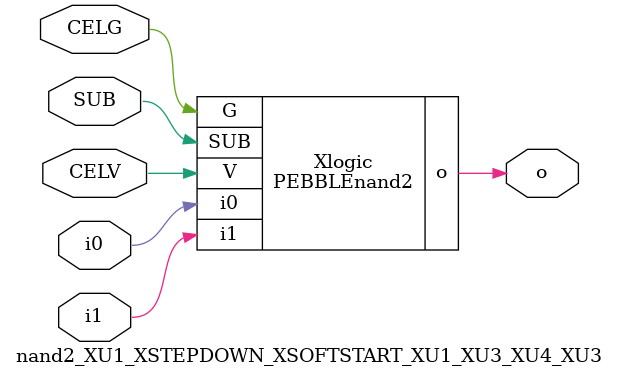
<source format=v>



module PEBBLEnand2 ( o, G, SUB, V, i0, i1 );

  input i0;
  input V;
  input i1;
  input G;
  output o;
  input SUB;
endmodule

//Celera Confidential Do Not Copy nand2_XU1_XSTEPDOWN_XSOFTSTART_XU1_XU3_XU4_XU3
//Celera Confidential Symbol Generator
//5V NAND2
module nand2_XU1_XSTEPDOWN_XSOFTSTART_XU1_XU3_XU4_XU3 (CELV,CELG,i0,i1,o,SUB);
input CELV;
input CELG;
input i0;
input i1;
input SUB;
output o;

//Celera Confidential Do Not Copy nand2
PEBBLEnand2 Xlogic(
.V (CELV),
.i0 (i0),
.i1 (i1),
.o (o),
.SUB (SUB),
.G (CELG)
);
//,diesize,PEBBLEnand2

//Celera Confidential Do Not Copy Module End
//Celera Schematic Generator
endmodule

</source>
